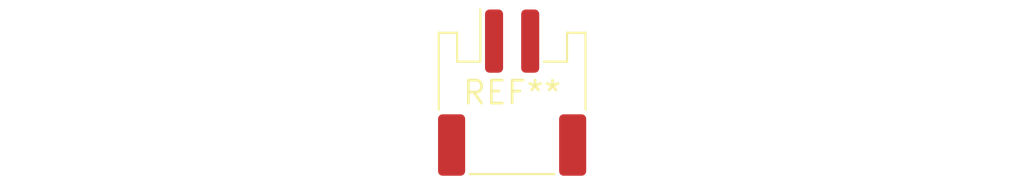
<source format=kicad_pcb>
(kicad_pcb (version 20240108) (generator pcbnew)
  (layers (0 "F.Cu" signal) (31 "B.Cu" signal) (34 "B.Paste" user) (35 "F.Paste" user) (36 "B.SilkS" user "B.Silkscreen") (37 "F.SilkS" user "F.Silkscreen") (38 "B.Mask" user) (39 "F.Mask" user) (44 "Edge.Cuts" user))
  (net 0 "")
  (footprint "JST_PH_S2B-PH-SM4-TB_1x02-1MP_P2.00mm_Horizontal" (layer "F.Cu") (at 0 0)
    (property "Reference" "REF**")
    (property "Value" "JST_PH_S2B-PH-SM4-TB_1x02-1MP_P2.00mm_Horizontal")
    (fp_line (start -4.06 -3.31) (end -3.04 -3.31) (layer "F.SilkS") (stroke (width 0.12)))
    (fp_line (start -4.06 0.94) (end -4.06 -3.31) (layer "F.SilkS") (stroke (width 0.12)))
    (fp_line (start -3.04 -3.31) (end -3.04 -1.71) (layer "F.SilkS") (stroke (width 0.12)))
    (fp_line (start -3.04 -1.71) (end -1.76 -1.71) (layer "F.SilkS") (stroke (width 0.12)))
    (fp_line (start -2.34 4.51) (end 2.34 4.51) (layer "F.SilkS") (stroke (width 0.12)))
    (fp_line (start -1.76 -1.71) (end -1.76 -4.6) (layer "F.SilkS") (stroke (width 0.12)))
    (fp_line (start 3.04 -3.31) (end 3.04 -1.71) (layer "F.SilkS") (stroke (width 0.12)))
    (fp_line (start 3.04 -1.71) (end 1.76 -1.71) (layer "F.SilkS") (stroke (width 0.12)))
    (fp_line (start 4.06 -3.31) (end 3.04 -3.31) (layer "F.SilkS") (stroke (width 0.12)))
    (fp_line (start 4.06 0.94) (end 4.06 -3.31) (layer "F.SilkS") (stroke (width 0.12)))
    (pad "1" smd roundrect (at -1 -2.85) (size 1 3.5) (layers "F.Cu" "F.Paste" "F.Mask"))
    (pad "2" smd roundrect (at 1 -2.85) (size 1 3.5) (layers "F.Cu" "F.Paste" "F.Mask"))
    (pad "MP" smd roundrect (at -3.35 2.9) (size 1.5 3.4) (layers "F.Cu" "F.Paste" "F.Mask") (roundrect_rratio 0.166667))
    (pad "MP" smd roundrect (at 3.35 2.9) (size 1.5 3.4) (layers "F.Cu" "F.Paste" "F.Mask") (roundrect_rratio 0.166667))
  )
)
</source>
